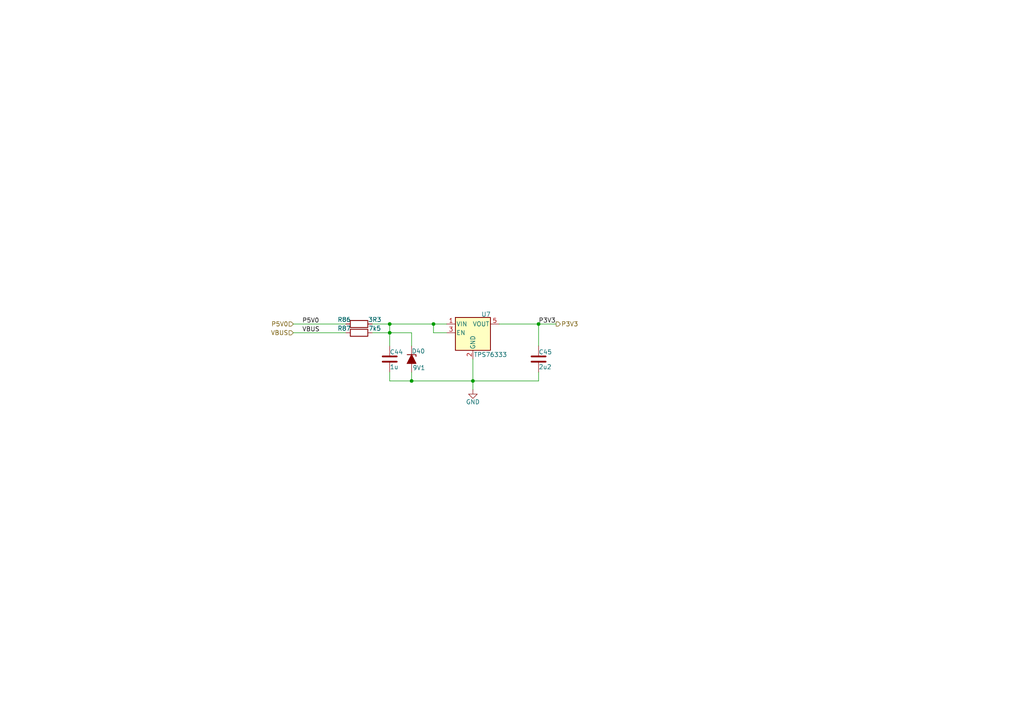
<source format=kicad_sch>
(kicad_sch (version 20250114) (generator "eeschema") (generator_version "9.0")
  (paper "A4")
  (lib_symbols
    (symbol "Device:C" (pin_numbers (hide yes)) (pin_names (offset 0.254))
      (property "Reference" "C" (at 0.635 2.54 0))
      (property "Value" "C" (at 0.635 -2.54 0))
      (symbol "C_0_1"
        (polyline (pts (xy -2.032 0.762) (xy 2.032 0.762)) (stroke (width 0.508)))
        (polyline (pts (xy -2.032 -0.762) (xy 2.032 -0.762)) (stroke (width 0.508)))
      )
      (symbol "C_1_1"
        (pin passive line (at 0 3.81 270) (length 2.794) (name "~") (number "1"))
        (pin passive line (at 0 -3.81 90) (length 2.794) (name "~") (number "2"))
      )
    )
    (symbol "Device:D_Zener_Filled" (pin_numbers (hide yes)) (pin_names (offset 1.016) (hide yes))
      (property "Reference" "D" (at 0 2.54 0))
      (property "Value" "D_Zener_Filled" (at 0 -2.54 0))
      (symbol "D_Zener_Filled_0_1"
        (polyline (pts (xy -1.27 -1.27) (xy -1.27 1.27) (xy -0.762 1.27)) (stroke (width 0.254)))
        (polyline (pts (xy 1.27 0) (xy -1.27 0)))
        (polyline (pts (xy 1.27 -1.27) (xy 1.27 1.27) (xy -1.27 0) (xy 1.27 -1.27)) (stroke (width 0.254)) (fill (type outline)))
      )
      (symbol "D_Zener_Filled_1_1"
        (pin passive line (at -3.81 0 0) (length 2.54) (name "K") (number "1"))
        (pin passive line (at 3.81 0 180) (length 2.54) (name "A") (number "2"))
      )
    )
    (symbol "Device:R" (pin_numbers (hide yes)) (pin_names (offset 0))
      (property "Reference" "R" (at 2.032 0 90))
      (property "Value" "R" (at 0 0 90))
      (symbol "R_0_1"
        (rectangle (start -1.016 -2.54) (end 1.016 2.54) (stroke (width 0.254)))
      )
      (symbol "R_1_1"
        (pin passive line (at 0 3.81 270) (length 1.27) (name "~") (number "1"))
        (pin passive line (at 0 -3.81 90) (length 1.27) (name "~") (number "2"))
      )
    )
    (symbol "Regulator_Linear:TPS76333" (pin_names (offset 0.254))
      (property "Reference" "U" (at -3.81 5.715 0))
      (property "Value" "TPS76333" (at 0 5.715 0))
      (symbol "TPS76333_0_1"
        (rectangle (start -5.08 4.445) (end 5.08 -5.08) (stroke (width 0.254)) (fill (type background)))
      )
      (symbol "TPS76333_1_1"
        (pin power_in line (at -7.62 2.54 0) (length 2.54) (name "VIN") (number "1"))
        (pin input line (at -7.62 0 0) (length 2.54) (name "EN") (number "3"))
        (pin power_in line (at 0 -7.62 90) (length 2.54) (name "GND") (number "2"))
        (pin no_connect line (at 5.08 0 180) (length 2.54) (hide yes) (name "NC") (number "4"))
        (pin power_out line (at 7.62 2.54 180) (length 2.54) (name "VOUT") (number "5"))
      )
    )
    (symbol "power:GND" (power) (pin_numbers (hide yes)) (pin_names (offset 0) (hide yes))
      (property "Value" "GND" (at 0 -3.81 0))
      (symbol "GND_0_1"
        (polyline (pts (xy 0 0) (xy 0 -1.27) (xy 1.27 -1.27) (xy 0 -2.54) (xy -1.27 -1.27) (xy 0 -1.27)))
      )
      (symbol "GND_1_1"
        (pin power_in line (at 0 0 270) (length 0) (name "~") (number "1"))
      )
    )
  )
  (junction (at 119.38 110.49))
  (junction (at 113.03 93.98))
  (junction (at 137.16 110.49))
  (junction (at 113.03 96.52))
  (junction (at 125.73 93.98))
  (junction (at 156.21 93.98))
  (wire (pts (xy 119.38 110.49) (xy 137.16 110.49)))
  (wire (pts (xy 129.54 96.52) (xy 125.73 96.52)))
  (wire (pts (xy 113.03 110.49) (xy 119.38 110.49)))
  (wire (pts (xy 85.09 96.52) (xy 100.33 96.52)))
  (wire (pts (xy 113.03 93.98) (xy 125.73 93.98)))
  (wire (pts (xy 107.95 96.52) (xy 113.03 96.52)))
  (wire (pts (xy 119.38 107.95) (xy 119.38 110.49)))
  (wire (pts (xy 137.16 110.49) (xy 156.21 110.49)))
  (wire (pts (xy 144.78 93.98) (xy 156.21 93.98)))
  (wire (pts (xy 125.73 93.98) (xy 129.54 93.98)))
  (wire (pts (xy 156.21 100.33) (xy 156.21 93.98)))
  (wire (pts (xy 113.03 96.52) (xy 119.38 96.52)))
  (wire (pts (xy 125.73 93.98) (xy 125.73 96.52)))
  (wire (pts (xy 119.38 100.33) (xy 119.38 96.52)))
  (wire (pts (xy 156.21 93.98) (xy 161.29 93.98)))
  (wire (pts (xy 156.21 107.95) (xy 156.21 110.49)))
  (wire (pts (xy 85.09 93.98) (xy 100.33 93.98)))
  (wire (pts (xy 137.16 110.49) (xy 137.16 113.03)))
  (wire (pts (xy 113.03 107.95) (xy 113.03 110.49)))
  (wire (pts (xy 137.16 104.14) (xy 137.16 110.49)))
  (wire (pts (xy 107.95 93.98) (xy 113.03 93.98)))
  (wire (pts (xy 113.03 96.52) (xy 113.03 100.33)))
  (wire (pts (xy 113.03 93.98) (xy 113.03 96.52)))
  (label "VBUS" (at 87.63 96.52 0))
  (label "P5V0" (at 87.63 93.98 0))
  (label "P3V3" (at 156.21 93.98 0))
  (hierarchical_label "P3V3" (shape output) (at 161.29 93.98 0))
  (hierarchical_label "VBUS" (shape input) (at 85.09 96.52 180))
  (hierarchical_label "P5V0" (shape input) (at 85.09 93.98 180))
  (symbol (lib_id "Device:C") (at 156.21 104.14 0) (unit 1)
    (property "Reference" "C45" (at 156.21 102.108 0) (effects (justify left)))
    (property "Value" "2u2" (at 156.21 106.426 0) (effects (justify left)))
    (property "Description" "Unpolarized capacitor" (effects (hide yes)))
  )
  (symbol (lib_id "Device:C") (at 113.03 104.14 0) (unit 1)
    (property "Reference" "C44" (at 113.03 102.108 0) (effects (justify left)))
    (property "Value" "1u" (at 113.03 106.426 0) (effects (justify left)))
    (property "Description" "Unpolarized capacitor" (effects (hide yes)))
  )
  (symbol (lib_id "Device:R") (at 104.14 96.52 90) (unit 1)
    (property "Reference" "R87" (at 99.822 95.25 90))
    (property "Value" "7k5" (at 108.712 95.25 90))
    (property "Description" "Resistor" (effects (hide yes)))
  )
  (symbol (lib_id "Device:R") (at 104.14 93.98 90) (unit 1)
    (property "Reference" "R86" (at 99.822 92.71 90))
    (property "Value" "3R3" (at 108.712 92.71 90))
    (property "Description" "Resistor" (effects (hide yes)))
  )
  (symbol (lib_id "Device:D_Zener_Filled") (at 119.38 104.14 270) (unit 1)
    (property "Reference" "D40" (at 119.38 101.854 90) (effects (justify left)))
    (property "Value" "9V1" (at 119.634 106.68 90) (effects (justify left)))
    (property "Description" "Zener diode, filled shape" (effects (hide yes)))
  )
  (symbol (lib_id "power:GND") (at 137.16 113.03 0) (unit 1)
    (property "Reference" "#PWR031" (effects (hide yes)))
    (property "Value" "GND" (at 139.192 116.586 0) (effects (justify right)))
    (property "Description" "Power symbol creates a global label with name \"GND\" , ground" (effects (hide yes)))
  )
  (symbol (lib_id "Regulator_Linear:TPS76333") (at 137.16 96.52 0) (unit 1)
    (property "Reference" "U7" (at 140.97 91.186 0))
    (property "Value" "TPS76333" (at 142.24 102.87 0))
    (property "Footprint" "Package_TO_SOT_SMD:SOT-23-5" (effects (hide yes)))
    (property "Datasheet" "http://www.ti.com/lit/ds/symlink/tps763.pdf" (effects (hide yes)))
    (property "Description" "Low power 150mA LDO 3.3V fixed output voltage, SOT-23-5" (effects (hide yes)))
  )
)
</source>
